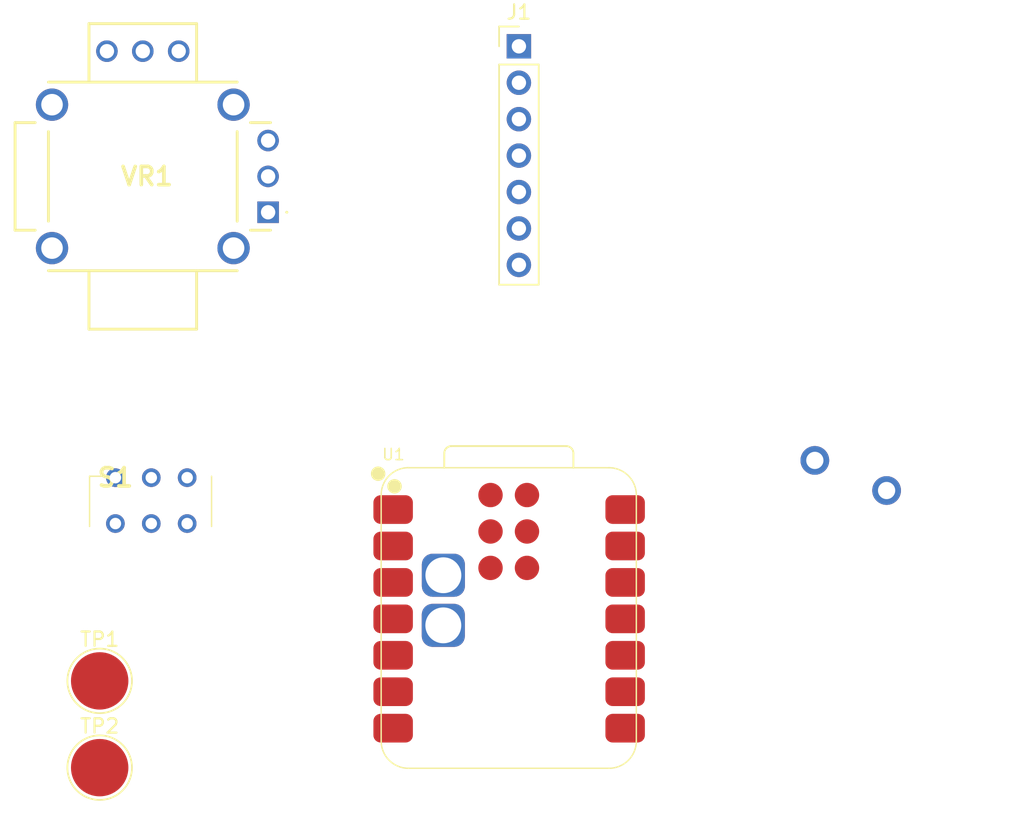
<source format=kicad_pcb>
(kicad_pcb (version 20241229) (generator "pcbnew") (generator_version "9.0")
  (layers (0 "F.Cu" signal) (2 "B.Cu" signal) (13 "F.Paste" user) (15 "B.Paste" user) (5 "F.SilkS" user "F.Silkscreen") (7 "B.SilkS" user "B.Silkscreen") (1 "F.Mask" user) (3 "B.Mask" user) (25 "Edge.Cuts" user))
  (net 0 "")
  (footprint "Connector_PinHeader_2.54mm:PinHeader_1x07_P2.54mm_Vertical" (layer "F.Cu") (at 119.38 74.93)
    (property "Reference" "J1" (at 0 -2.38 0) (layer "F.SilkS"))
    (property "Value" "Conn_01x07_Socket")
    (fp_line (start -1.38 -1.38) (end 0 -1.38) (stroke (width 0.12)) (layer "F.SilkS"))
    (fp_line (start -1.38 0) (end -1.38 -1.38) (stroke (width 0.12)) (layer "F.SilkS"))
    (fp_line (start -1.38 1.27) (end -1.38 16.62) (stroke (width 0.12)) (layer "F.SilkS"))
    (fp_line (start -1.38 1.27) (end 1.38 1.27) (stroke (width 0.12)) (layer "F.SilkS"))
    (fp_line (start -1.38 16.62) (end 1.38 16.62) (stroke (width 0.12)) (layer "F.SilkS"))
    (fp_line (start 1.38 1.27) (end 1.38 16.62) (stroke (width 0.12)) (layer "F.SilkS"))
    (pad "1" thru_hole rect (at 0 0) (size 1.7 1.7) (drill 1) (layers "*.Cu" "*.Mask"))
    (pad "2" thru_hole circle (at 0 2.54) (size 1.7 1.7) (drill 1) (layers "*.Cu" "*.Mask"))
    (pad "3" thru_hole circle (at 0 5.08) (size 1.7 1.7) (drill 1) (layers "*.Cu" "*.Mask"))
    (pad "4" thru_hole circle (at 0 7.62) (size 1.7 1.7) (drill 1) (layers "*.Cu" "*.Mask"))
    (pad "5" thru_hole circle (at 0 10.16) (size 1.7 1.7) (drill 1) (layers "*.Cu" "*.Mask"))
    (pad "6" thru_hole circle (at 0 12.7) (size 1.7 1.7) (drill 1) (layers "*.Cu" "*.Mask"))
    (pad "7" thru_hole circle (at 0 15.24) (size 1.7 1.7) (drill 1) (layers "*.Cu" "*.Mask"))
  )
  (footprint "PCM_marbastlib-choc:SW_choc_v1_1u" (layer "F.Cu") (at 145 100)
    (property "Reference" "SW1" (hide yes))
    (property "Value" "SW_Push")
    (pad "" np_thru_hole circle (at -5.5 0 180) (size 1.7 1.7) (drill 1.7) (layers "*.Cu" "*.Mask"))
    (pad "" np_thru_hole circle (at 0 0 180) (size 3.4 3.4) (drill 3.4) (layers "*.Cu" "*.Mask"))
    (pad "" np_thru_hole circle (at 5.5 0 180) (size 1.7 1.7) (drill 1.7) (layers "*.Cu" "*.Mask"))
    (pad "1" thru_hole circle (at -5 3.8 180) (size 2 2) (drill 1.2) (layers "*.Cu" "B.Mask"))
    (pad "2" thru_hole circle (at 0 5.9 180) (size 2 2) (drill 1.2) (layers "*.Cu" "B.Mask"))
  )
  (footprint "TestPoint:TestPoint_Pad_D4.0mm" (layer "F.Cu") (at 90.17 125.222)
    (property "Reference" "TP2" (at 0 -2.898 0) (layer "F.SilkS"))
    (property "Value" "TestPoint")
    (fp_circle (center 0 0) (end 0 2.25) (stroke (width 0.12)) (fill no) (layer "F.SilkS"))
    (pad "1" smd circle (at 0 0) (size 4 4) (layers "F.Cu" "F.Mask"))
  )
  (footprint "Seeed Studio XIAO Series Library:XIAO-ESP32C3-SMD" (layer "F.Cu") (at 118.618 114.808)
    (property "Reference" "U1" (at -8.835 -10.96 0) (layer "F.SilkS") (effects (font (size 0.78232 0.78232) (thickness 0.10668)) (justify left bottom)))
    (property "Value" "XIAO-ESP32-C3-DIP")
    (fp_line (start -8.835 8.553) (end -8.835 -8.592) (stroke (width 0.1)) (layer "F.SilkS"))
    (fp_line (start -6.93 10.458) (end 7.04 10.458) (stroke (width 0.1)) (layer "F.SilkS"))
    (fp_line (start -4.44 -10.497) (end -4.436272 -11.507272) (stroke (width 0.127)) (layer "F.SilkS"))
    (fp_line (start -3.936272 -12.007) (end 4.059 -12.007) (stroke (width 0.127)) (layer "F.SilkS"))
    (fp_line (start 4.559 -11.507) (end 4.559 -10.497) (stroke (width 0.127)) (layer "F.SilkS"))
    (fp_line (start 7.04 -10.497) (end -6.93 -10.497) (stroke (width 0.1)) (layer "F.SilkS"))
    (fp_line (start 8.945 8.553) (end 8.945 -8.592) (stroke (width 0.1)) (layer "F.SilkS"))
    (fp_arc (start -8.835 -8.596) (mid -8.277038 -9.943038) (end -6.93 -10.501) (stroke (width 0.1)) (layer "F.SilkS"))
    (fp_arc (start -6.93 10.458) (mid -8.277038 9.900038) (end -8.835 8.553) (stroke (width 0.1)) (layer "F.SilkS"))
    (fp_arc (start -4.436272 -11.507272) (mid -4.289724 -11.860644) (end -3.936272 -12.007) (stroke (width 0.127)) (layer "F.SilkS"))
    (fp_arc (start 4.059 -12.007) (mid 4.412553 -11.860553) (end 4.559 -11.507) (stroke (width 0.127)) (layer "F.SilkS"))
    (fp_arc (start 7.04 -10.497) (mid 8.387038 -9.939038) (end 8.945 -8.592) (stroke (width 0.1)) (layer "F.SilkS"))
    (fp_arc (start 8.945 8.553) (mid 8.387038 9.900038) (end 7.04 10.458) (stroke (width 0.1)) (layer "F.SilkS"))
    (fp_circle (center -9.045 -10.081) (end -9.045 -10.335) (stroke (width 0.5)) (fill yes) (layer "F.SilkS"))
    (fp_circle (center -7.902 -9.201) (end -7.902 -9.455) (stroke (width 0.5)) (fill yes) (layer "F.SilkS"))
    (pad "1" smd roundrect (at -8 -7.58) (size 2.75 2) (layers "F.Cu" "F.Mask" "F.Paste"))
    (pad "2" smd roundrect (at -8 -5.04) (size 2.75 2) (layers "F.Cu" "F.Mask" "F.Paste"))
    (pad "3" smd roundrect (at -8 -2.5) (size 2.75 2) (layers "F.Cu" "F.Mask" "F.Paste"))
    (pad "4" smd roundrect (at -8 0.04) (size 2.75 2) (layers "F.Cu" "F.Mask" "F.Paste"))
    (pad "5" smd roundrect (at -8 2.58) (size 2.75 2) (layers "F.Cu" "F.Mask" "F.Paste"))
    (pad "6" smd roundrect (at -8 5.12) (size 2.75 2) (layers "F.Cu" "F.Mask" "F.Paste"))
    (pad "7" smd roundrect (at -8 7.66) (size 2.75 2) (layers "F.Cu" "F.Mask" "F.Paste"))
    (pad "8" smd roundrect (at 8.165 7.66) (size 2.75 2) (layers "F.Cu" "F.Mask" "F.Paste"))
    (pad "9" smd roundrect (at 8.165 5.12) (size 2.75 2) (layers "F.Cu" "F.Mask" "F.Paste"))
    (pad "10" smd roundrect (at 8.165 2.58) (size 2.75 2) (layers "F.Cu" "F.Mask" "F.Paste"))
    (pad "11" smd roundrect (at 8.165 0.04) (size 2.75 2) (layers "F.Cu" "F.Mask" "F.Paste"))
    (pad "12" smd roundrect (at 8.165 -2.5) (size 2.75 2) (layers "F.Cu" "F.Mask" "F.Paste"))
    (pad "13" smd roundrect (at 8.165 -5.04) (size 2.75 2) (layers "F.Cu" "F.Mask" "F.Paste"))
    (pad "14" smd roundrect (at 8.165 -7.58) (size 2.75 2) (layers "F.Cu" "F.Mask" "F.Paste"))
    (pad "15" thru_hole roundrect (at -4.504775 0.492927 180) (size 3 3) (drill 2.5) (layers "*.Cu" "*.Mask"))
    (pad "16" thru_hole roundrect (at -4.5 -3 180) (size 3 3) (drill 2.5) (layers "*.Cu" "*.Mask"))
    (pad "17" smd circle (at -1.215 -8.592) (size 1.7 1.7) (layers "F.Cu" "F.Mask" "F.Paste"))
    (pad "18" smd circle (at 1.325 -8.592) (size 1.7 1.7) (layers "F.Cu" "F.Mask" "F.Paste"))
    (pad "19" smd circle (at -1.215 -6.052) (size 1.7 1.7) (layers "F.Cu" "F.Mask" "F.Paste"))
    (pad "20" smd circle (at 1.325 -6.052) (size 1.7 1.7) (layers "F.Cu" "F.Mask" "F.Paste"))
    (pad "21" smd circle (at -1.215 -3.512) (size 1.7 1.7) (layers "F.Cu" "F.Mask" "F.Paste"))
    (pad "22" smd circle (at 1.325 -3.512) (size 1.7 1.7) (layers "F.Cu" "F.Mask" "F.Paste"))
  )
  (footprint "TestPoint:TestPoint_Pad_D4.0mm" (layer "F.Cu") (at 90.17 119.172)
    (property "Reference" "TP1" (at 0 -2.898 0) (layer "F.SilkS"))
    (property "Value" "TestPoint")
    (fp_circle (center 0 0) (end 0 2.25) (stroke (width 0.12)) (fill no) (layer "F.SilkS"))
    (pad "1" smd circle (at 0 0) (size 4 4) (layers "F.Cu" "F.Mask"))
  )
  (footprint "KiCad:EG1271" (layer "F.Cu") (at 91.266 105.004)
    (property "Reference" "S1" (at 0 0 0) (layer "F.SilkS") (effects (font (size 1.27 1.27) (thickness 0.254))))
    (property "Value" "EG1271A" (hide yes))
    (fp_line (start -1.8 -0.1) (end -1.8 3.4) (stroke (width 0.1)) (layer "F.SilkS"))
    (fp_line (start -1.8 -0.1) (end -1 -0.1) (stroke (width 0.1)) (layer "F.SilkS"))
    (fp_line (start 6.7 -0.1) (end 6.7 3.4) (stroke (width 0.1)) (layer "F.SilkS"))
    (pad "1" thru_hole circle (at 0 0) (size 1.3 1.3) (drill 0.8) (layers "*.Cu" "*.Mask"))
    (pad "2" thru_hole circle (at 2.5 0) (size 1.3 1.3) (drill 0.8) (layers "*.Cu" "*.Mask"))
    (pad "3" thru_hole circle (at 5 0) (size 1.3 1.3) (drill 0.8) (layers "*.Cu" "*.Mask"))
    (pad "4" thru_hole circle (at 0 3.2) (size 1.3 1.3) (drill 0.8) (layers "*.Cu" "*.Mask"))
    (pad "5" thru_hole circle (at 2.5 3.2) (size 1.3 1.3) (drill 0.8) (layers "*.Cu" "*.Mask"))
    (pad "6" thru_hole circle (at 5 3.2) (size 1.3 1.3) (drill 0.8) (layers "*.Cu" "*.Mask"))
  )
  (footprint "joystick:RKJXV1224005" (layer "F.Cu") (at 101.905 86.5)
    (property "Reference" "VR1" (at -8.44 -2.5 0) (layer "F.SilkS") (effects (font (size 1.27 1.27) (thickness 0.254))))
    (property "Value" "RKJXV1224005" (hide yes))
    (fp_line (start -17.63 -6.25) (end -17.63 1.25) (stroke (width 0.2)) (layer "F.SilkS"))
    (fp_line (start -17.63 1.25) (end -16.23 1.25) (stroke (width 0.2)) (layer "F.SilkS"))
    (fp_line (start -16.23 -6.25) (end -17.63 -6.25) (stroke (width 0.2)) (layer "F.SilkS"))
    (fp_line (start -15.305 -9.075) (end -2.155 -9.075) (stroke (width 0.2)) (layer "F.SilkS"))
    (fp_line (start -15.305 -5.625) (end -15.305 0.625) (stroke (width 0.2)) (layer "F.SilkS"))
    (fp_line (start -15.305 4.075) (end -2.155 4.075) (stroke (width 0.2)) (layer "F.SilkS"))
    (fp_line (start -12.48 -13.15) (end -4.98 -13.15) (stroke (width 0.2)) (layer "F.SilkS"))
    (fp_line (start -12.48 -9.075) (end -12.48 -13.15) (stroke (width 0.2)) (layer "F.SilkS"))
    (fp_line (start -12.48 4.075) (end -12.48 8.15) (stroke (width 0.2)) (layer "F.SilkS"))
    (fp_line (start -12.48 8.15) (end -4.98 8.15) (stroke (width 0.2)) (layer "F.SilkS"))
    (fp_line (start -4.98 -13.15) (end -4.98 -9.075) (stroke (width 0.2)) (layer "F.SilkS"))
    (fp_line (start -4.98 8.15) (end -4.98 4.075) (stroke (width 0.2)) (layer "F.SilkS"))
    (fp_line (start -2.155 -5.625) (end -2.155 0.625) (stroke (width 0.2)) (layer "F.SilkS"))
    (fp_line (start -1.23 -6.25) (end 0.17 -6.25) (stroke (width 0.2)) (layer "F.SilkS"))
    (fp_line (start -1.23 1.25) (end 0.17 1.25) (stroke (width 0.2)) (layer "F.SilkS"))
    (fp_line (start 1.25 0) (end 1.25 0) (stroke (width 0.1)) (layer "F.SilkS"))
    (fp_line (start 1.35 0) (end 1.35 0) (stroke (width 0.1)) (layer "F.SilkS"))
    (fp_arc (start 1.25 0) (mid 1.3 -0.05) (end 1.35 0) (stroke (width 0.1)) (layer "F.SilkS"))
    (fp_arc (start 1.35 0) (mid 1.3 0.05) (end 1.25 0) (stroke (width 0.1)) (layer "F.SilkS"))
    (pad "" np_thru_hole circle (at -13.03 -2.5) (size 1.6 1.6) (drill 1.6) (layers "*.Cu" "*.Mask"))
    (pad "" np_thru_hole circle (at -4.43 -2.5) (size 1.6 1.6) (drill 1.6) (layers "*.Cu" "*.Mask"))
    (pad "1" thru_hole circle (at -2.405 -7.5) (size 2.25 2.25) (drill 1.5) (layers "*.Cu" "*.Mask"))
    (pad "2" thru_hole circle (at -15.055 -7.5) (size 2.25 2.25) (drill 1.5) (layers "*.Cu" "*.Mask"))
    (pad "3" thru_hole circle (at -15.055 2.5) (size 2.25 2.25) (drill 1.5) (layers "*.Cu" "*.Mask"))
    (pad "4" thru_hole circle (at -2.405 2.5) (size 2.25 2.25) (drill 1.5) (layers "*.Cu" "*.Mask"))
    (pad "A1" thru_hole rect (at 0 0) (size 1.5 1.5) (drill 1) (layers "*.Cu" "*.Mask"))
    (pad "A2" thru_hole circle (at 0 -2.5) (size 1.5 1.5) (drill 1) (layers "*.Cu" "*.Mask"))
    (pad "A3" thru_hole circle (at 0 -5) (size 1.5 1.5) (drill 1) (layers "*.Cu" "*.Mask"))
    (pad "B1" thru_hole circle (at -6.23 -11.23) (size 1.5 1.5) (drill 1) (layers "*.Cu" "*.Mask"))
    (pad "B2" thru_hole circle (at -8.73 -11.23) (size 1.5 1.5) (drill 1) (layers "*.Cu" "*.Mask"))
    (pad "B3" thru_hole circle (at -11.23 -11.23) (size 1.5 1.5) (drill 1) (layers "*.Cu" "*.Mask"))
  )
)
</source>
